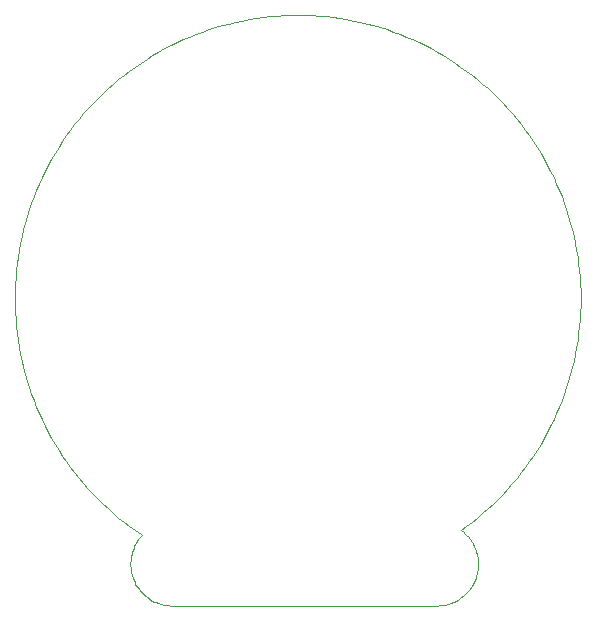
<source format=gbr>
%TF.GenerationSoftware,KiCad,Pcbnew,(5.1.10)-1*%
%TF.CreationDate,2021-09-01T23:06:20-05:00*%
%TF.ProjectId,Bsides-KC-2021-SAO-Village,42736964-6573-42d4-9b43-2d323032312d,rev?*%
%TF.SameCoordinates,Original*%
%TF.FileFunction,Profile,NP*%
%FSLAX46Y46*%
G04 Gerber Fmt 4.6, Leading zero omitted, Abs format (unit mm)*
G04 Created by KiCad (PCBNEW (5.1.10)-1) date 2021-09-01 23:06:20*
%MOMM*%
%LPD*%
G01*
G04 APERTURE LIST*
%TA.AperFunction,Profile*%
%ADD10C,0.100000*%
%TD*%
G04 APERTURE END LIST*
D10*
X106813780Y-51984060D02*
X106219180Y-51991280D01*
X106219180Y-51991280D02*
X105626180Y-52013500D01*
X105626180Y-52013500D02*
X105035080Y-52050140D01*
X105035080Y-52050140D02*
X104446180Y-52101220D01*
X104446180Y-52101220D02*
X103859880Y-52167020D01*
X103859880Y-52167020D02*
X103276480Y-52246970D01*
X103276480Y-52246970D02*
X102695680Y-52340820D01*
X102695680Y-52340820D02*
X102118580Y-52449090D01*
X102118580Y-52449090D02*
X101544780Y-52571250D01*
X101544780Y-52571250D02*
X100974780Y-52707280D01*
X100974780Y-52707280D02*
X100408780Y-52857200D01*
X100408780Y-52857200D02*
X99846680Y-53020720D01*
X99846680Y-53020720D02*
X99289380Y-53197850D01*
X99289380Y-53197850D02*
X98736880Y-53388600D01*
X98736880Y-53388600D02*
X98188980Y-53592600D01*
X98188980Y-53592600D02*
X97646580Y-53809700D01*
X97646580Y-53809700D02*
X97109680Y-54040400D01*
X97109680Y-54040400D02*
X96577980Y-54283900D01*
X96577980Y-54283900D02*
X96052680Y-54540400D01*
X96052680Y-54540400D02*
X95533580Y-54809700D01*
X95533580Y-54809700D02*
X95020780Y-55091800D01*
X95020780Y-55091800D02*
X94514680Y-55386600D01*
X94514680Y-55386600D02*
X94015480Y-55694300D01*
X94015480Y-55694300D02*
X93523580Y-56014100D01*
X93523580Y-56014100D02*
X93038880Y-56346100D01*
X93038880Y-56346100D02*
X92561880Y-56690700D01*
X92561880Y-56690700D02*
X92092980Y-57047400D01*
X92092980Y-57047400D02*
X91632080Y-57416100D01*
X91632080Y-57416100D02*
X91179580Y-57796700D01*
X91179580Y-57796700D02*
X90735680Y-58189300D01*
X90735680Y-58189300D02*
X90300580Y-58593500D01*
X90300580Y-58593500D02*
X89874780Y-59009700D01*
X89874780Y-59009700D02*
X89459380Y-59435800D01*
X89459380Y-59435800D02*
X89055780Y-59871400D01*
X89055780Y-59871400D02*
X88663780Y-60315900D01*
X88663780Y-60315900D02*
X88283680Y-60769000D01*
X88283680Y-60769000D02*
X87915280Y-61230400D01*
X87915280Y-61230400D02*
X87559080Y-61700100D01*
X87559080Y-61700100D02*
X87215080Y-62177600D01*
X87215080Y-62177600D02*
X86883280Y-62663000D01*
X86883280Y-62663000D02*
X86563780Y-63155400D01*
X86563780Y-63155400D02*
X86256680Y-63655400D01*
X86256680Y-63655400D02*
X85962480Y-64162000D01*
X85962480Y-64162000D02*
X85680680Y-64675800D01*
X85680680Y-64675800D02*
X85411680Y-65195400D01*
X85411680Y-65195400D02*
X85155380Y-65721500D01*
X85155380Y-65721500D02*
X84912180Y-66253700D01*
X84912180Y-66253700D02*
X84682080Y-66791400D01*
X84682080Y-66791400D02*
X84464880Y-67334600D01*
X84464880Y-67334600D02*
X84261180Y-67883100D01*
X84261180Y-67883100D02*
X84070980Y-68436500D01*
X84070980Y-68436500D02*
X83894180Y-68994500D01*
X83894180Y-68994500D02*
X83730580Y-69557300D01*
X83730580Y-69557300D02*
X83580980Y-70124100D01*
X83580980Y-70124100D02*
X83445180Y-70694800D01*
X83445180Y-70694800D02*
X83323080Y-71269300D01*
X83323080Y-71269300D02*
X83215080Y-71847400D01*
X83215080Y-71847400D02*
X83120980Y-72428700D01*
X83120980Y-72428700D02*
X83041280Y-73012800D01*
X83041280Y-73012800D02*
X82975780Y-73600000D01*
X82975780Y-73600000D02*
X82924680Y-74189600D01*
X82924680Y-74189600D02*
X82887980Y-74781200D01*
X82887980Y-74781200D02*
X82865780Y-75375100D01*
X82865780Y-75375100D02*
X82858580Y-75970700D01*
X82858580Y-75970700D02*
X82865780Y-76566400D01*
X82865780Y-76566400D02*
X82887980Y-77160300D01*
X82887980Y-77160300D02*
X82924680Y-77752200D01*
X82924680Y-77752200D02*
X82975780Y-78341500D01*
X82975780Y-78341500D02*
X83041280Y-78928700D01*
X83041280Y-78928700D02*
X83120980Y-79512900D01*
X83120980Y-79512900D02*
X83215080Y-80094100D01*
X83215080Y-80094100D02*
X83323080Y-80672200D01*
X83323080Y-80672200D02*
X83445180Y-81246600D01*
X83445180Y-81246600D02*
X83580980Y-81817600D01*
X83580980Y-81817600D02*
X83730580Y-82384400D01*
X83730580Y-82384400D02*
X83894180Y-82947100D01*
X83894180Y-82947100D02*
X84070980Y-83505200D01*
X84070980Y-83505200D02*
X84261180Y-84058400D01*
X84261180Y-84058400D02*
X84464880Y-84606900D01*
X84464880Y-84606900D02*
X84682080Y-85150100D01*
X84682080Y-85150100D02*
X84912180Y-85687800D01*
X84912180Y-85687800D02*
X85155380Y-86220000D01*
X85155380Y-86220000D02*
X85411680Y-86746100D01*
X85411680Y-86746100D02*
X85680680Y-87265900D01*
X85680680Y-87265900D02*
X85962480Y-87779400D01*
X85962480Y-87779400D02*
X86256680Y-88286000D01*
X86256680Y-88286000D02*
X86563780Y-88786100D01*
X86563780Y-88786100D02*
X86883280Y-89278600D01*
X86883280Y-89278600D02*
X87215080Y-89763900D01*
X87215080Y-89763900D02*
X87559080Y-90241400D01*
X87559080Y-90241400D02*
X87915280Y-90711200D01*
X87915280Y-90711200D02*
X88283680Y-91172600D01*
X88283680Y-91172600D02*
X88663780Y-91625600D01*
X88663780Y-91625600D02*
X89055780Y-92070100D01*
X89055780Y-92070100D02*
X89459380Y-92505700D01*
X89459380Y-92505700D02*
X89874780Y-92931900D01*
X89874780Y-92931900D02*
X90300580Y-93348100D01*
X90300580Y-93348100D02*
X90735680Y-93752200D01*
X90735680Y-93752200D02*
X91179580Y-94144800D01*
X91179580Y-94144800D02*
X91632080Y-94525500D01*
X91632080Y-94525500D02*
X92092980Y-94894200D01*
X92092980Y-94894200D02*
X92561880Y-95250800D01*
X92561880Y-95250800D02*
X93038880Y-95595100D01*
X93038880Y-95595100D02*
X93523580Y-95927400D01*
X93523580Y-95927400D02*
X93631580Y-95997700D01*
X93631580Y-95997700D02*
X93520180Y-96119300D01*
X93520180Y-96119300D02*
X93414380Y-96246100D01*
X93414380Y-96246100D02*
X93314780Y-96377900D01*
X93314780Y-96377900D02*
X93221080Y-96514400D01*
X93221080Y-96514400D02*
X93133680Y-96655200D01*
X93133680Y-96655200D02*
X93052880Y-96800600D01*
X93052880Y-96800600D02*
X92978680Y-96950000D01*
X92978680Y-96950000D02*
X92911580Y-97103400D01*
X92911580Y-97103400D02*
X92851580Y-97260500D01*
X92851580Y-97260500D02*
X92798980Y-97421200D01*
X92798980Y-97421200D02*
X92753780Y-97585100D01*
X92753780Y-97585100D02*
X92716480Y-97752300D01*
X92716480Y-97752300D02*
X92686980Y-97922300D01*
X92686980Y-97922300D02*
X92675380Y-98008400D01*
X92675380Y-98008400D02*
X92665780Y-98095100D01*
X92665780Y-98095100D02*
X92658280Y-98182400D01*
X92658280Y-98182400D02*
X92652880Y-98270400D01*
X92652880Y-98270400D02*
X92649580Y-98359000D01*
X92649580Y-98359000D02*
X92648480Y-98448100D01*
X92648480Y-98448100D02*
X92649680Y-98539600D01*
X92649680Y-98539600D02*
X92653080Y-98630600D01*
X92653080Y-98630600D02*
X92658780Y-98720900D01*
X92658780Y-98720900D02*
X92666680Y-98810600D01*
X92666680Y-98810600D02*
X92676780Y-98899700D01*
X92676780Y-98899700D02*
X92689080Y-98987900D01*
X92689080Y-98987900D02*
X92703480Y-99075600D01*
X92703480Y-99075600D02*
X92720080Y-99162500D01*
X92720080Y-99162500D02*
X92738680Y-99248500D01*
X92738680Y-99248500D02*
X92759380Y-99333800D01*
X92759380Y-99333800D02*
X92782180Y-99418200D01*
X92782180Y-99418200D02*
X92806980Y-99501800D01*
X92806980Y-99501800D02*
X92833680Y-99584500D01*
X92833680Y-99584500D02*
X92862380Y-99666400D01*
X92862380Y-99666400D02*
X92925480Y-99827000D01*
X92925480Y-99827000D02*
X92996180Y-99983800D01*
X92996180Y-99983800D02*
X93074080Y-100136300D01*
X93074080Y-100136300D02*
X93159080Y-100284400D01*
X93159080Y-100284400D02*
X93250880Y-100427900D01*
X93250880Y-100427900D02*
X93349280Y-100566500D01*
X93349280Y-100566500D02*
X93453980Y-100699900D01*
X93453980Y-100699900D02*
X93564980Y-100828100D01*
X93564980Y-100828100D02*
X93681980Y-100950800D01*
X93681980Y-100950800D02*
X93804680Y-101067700D01*
X93804680Y-101067700D02*
X93932880Y-101178700D01*
X93932880Y-101178700D02*
X94066380Y-101283400D01*
X94066380Y-101283400D02*
X94204980Y-101381800D01*
X94204980Y-101381800D02*
X94348380Y-101473600D01*
X94348380Y-101473600D02*
X94496480Y-101558600D01*
X94496480Y-101558600D02*
X94648980Y-101636500D01*
X94648980Y-101636500D02*
X94805780Y-101707200D01*
X94805780Y-101707200D02*
X94966580Y-101770300D01*
X94966580Y-101770300D02*
X95048280Y-101799000D01*
X95048280Y-101799000D02*
X95131080Y-101825700D01*
X95131080Y-101825700D02*
X95214580Y-101850400D01*
X95214580Y-101850400D02*
X95299080Y-101873200D01*
X95299080Y-101873200D02*
X95384380Y-101893900D01*
X95384380Y-101893900D02*
X95470480Y-101912500D01*
X95470480Y-101912500D02*
X95557280Y-101929000D01*
X95557280Y-101929000D02*
X95644880Y-101943500D01*
X95644880Y-101943500D02*
X95733280Y-101955800D01*
X95733280Y-101955800D02*
X95822280Y-101966000D01*
X95822280Y-101966000D02*
X95911980Y-101973800D01*
X95911980Y-101973800D02*
X96002380Y-101979500D01*
X96002380Y-101979500D02*
X96093380Y-101982900D01*
X96093380Y-101982900D02*
X96184880Y-101984000D01*
X96184880Y-101984000D02*
X118544980Y-101984000D01*
X118544980Y-101984000D02*
X118636580Y-101982900D01*
X118636580Y-101982900D02*
X118727480Y-101979500D01*
X118727480Y-101979500D02*
X118817880Y-101973800D01*
X118817880Y-101973800D02*
X118907580Y-101966000D01*
X118907580Y-101966000D02*
X118996780Y-101955800D01*
X118996780Y-101955800D02*
X119084980Y-101943500D01*
X119084980Y-101943500D02*
X119172580Y-101929000D01*
X119172580Y-101929000D02*
X119259580Y-101912500D01*
X119259580Y-101912500D02*
X119345580Y-101893900D01*
X119345580Y-101893900D02*
X119430880Y-101873200D01*
X119430880Y-101873200D02*
X119515280Y-101850400D01*
X119515280Y-101850400D02*
X119598880Y-101825700D01*
X119598880Y-101825700D02*
X119681580Y-101799000D01*
X119681580Y-101799000D02*
X119763480Y-101770300D01*
X119763480Y-101770300D02*
X119924080Y-101707200D01*
X119924080Y-101707200D02*
X120080880Y-101636500D01*
X120080880Y-101636500D02*
X120233380Y-101558600D01*
X120233380Y-101558600D02*
X120381480Y-101473600D01*
X120381480Y-101473600D02*
X120524980Y-101381800D01*
X120524980Y-101381800D02*
X120663480Y-101283400D01*
X120663480Y-101283400D02*
X120796980Y-101178700D01*
X120796980Y-101178700D02*
X120925180Y-101067700D01*
X120925180Y-101067700D02*
X121047880Y-100950800D01*
X121047880Y-100950800D02*
X121164880Y-100828100D01*
X121164880Y-100828100D02*
X121275880Y-100699900D01*
X121275880Y-100699900D02*
X121380680Y-100566500D01*
X121380680Y-100566500D02*
X121479180Y-100427900D01*
X121479180Y-100427900D02*
X121570880Y-100284400D01*
X121570880Y-100284400D02*
X121655880Y-100136300D01*
X121655880Y-100136300D02*
X121733680Y-99983800D01*
X121733680Y-99983800D02*
X121804380Y-99827000D01*
X121804380Y-99827000D02*
X121867480Y-99666400D01*
X121867480Y-99666400D02*
X121896180Y-99584500D01*
X121896180Y-99584500D02*
X121922880Y-99501800D01*
X121922880Y-99501800D02*
X121947780Y-99418200D01*
X121947780Y-99418200D02*
X121970480Y-99333800D01*
X121970480Y-99333800D02*
X121991180Y-99248500D01*
X121991180Y-99248500D02*
X122009880Y-99162500D01*
X122009880Y-99162500D02*
X122026380Y-99075600D01*
X122026380Y-99075600D02*
X122040880Y-98987900D01*
X122040880Y-98987900D02*
X122053080Y-98899700D01*
X122053080Y-98899700D02*
X122063180Y-98810600D01*
X122063180Y-98810600D02*
X122071180Y-98720900D01*
X122071180Y-98720900D02*
X122076880Y-98630600D01*
X122076880Y-98630600D02*
X122080280Y-98539600D01*
X122080280Y-98539600D02*
X122081380Y-98448100D01*
X122081380Y-98448100D02*
X122079680Y-98337400D01*
X122079680Y-98337400D02*
X122074680Y-98227500D01*
X122074680Y-98227500D02*
X122066480Y-98118600D01*
X122066480Y-98118600D02*
X122054880Y-98010700D01*
X122054880Y-98010700D02*
X122040180Y-97903800D01*
X122040180Y-97903800D02*
X122022280Y-97797900D01*
X122022280Y-97797900D02*
X122001280Y-97693200D01*
X122001280Y-97693200D02*
X121977280Y-97589700D01*
X121977280Y-97589700D02*
X121950180Y-97487200D01*
X121950180Y-97487200D02*
X121920280Y-97386100D01*
X121920280Y-97386100D02*
X121887380Y-97286400D01*
X121887380Y-97286400D02*
X121851680Y-97187800D01*
X121851680Y-97187800D02*
X121813180Y-97090800D01*
X121813180Y-97090800D02*
X121771980Y-96995200D01*
X121771980Y-96995200D02*
X121727880Y-96901100D01*
X121727880Y-96901100D02*
X121681280Y-96808600D01*
X121681280Y-96808600D02*
X121632080Y-96717600D01*
X121632080Y-96717600D02*
X121580380Y-96628200D01*
X121580380Y-96628200D02*
X121526080Y-96540700D01*
X121526080Y-96540700D02*
X121469180Y-96454700D01*
X121469180Y-96454700D02*
X121410080Y-96370700D01*
X121410080Y-96370700D02*
X121348580Y-96288400D01*
X121348580Y-96288400D02*
X121284680Y-96207900D01*
X121284680Y-96207900D02*
X121218580Y-96129400D01*
X121218580Y-96129400D02*
X121150280Y-96053000D01*
X121150280Y-96053000D02*
X121079780Y-95978500D01*
X121079780Y-95978500D02*
X121007080Y-95906100D01*
X121007080Y-95906100D02*
X120932480Y-95835900D01*
X120932480Y-95835900D02*
X120855680Y-95767800D01*
X120855680Y-95767800D02*
X120777080Y-95702000D01*
X120777080Y-95702000D02*
X120696380Y-95638300D01*
X120696380Y-95638300D02*
X120613980Y-95577100D01*
X120613980Y-95577100D02*
X121065980Y-95250900D01*
X121065980Y-95250900D02*
X121534880Y-94894200D01*
X121534880Y-94894200D02*
X121995680Y-94525500D01*
X121995680Y-94525500D02*
X122448180Y-94144800D01*
X122448180Y-94144800D02*
X122892080Y-93752200D01*
X122892080Y-93752200D02*
X123326880Y-93348100D01*
X123326880Y-93348100D02*
X123752780Y-92931900D01*
X123752780Y-92931900D02*
X124168080Y-92505800D01*
X124168080Y-92505800D02*
X124572080Y-92070100D01*
X124572080Y-92070100D02*
X124964080Y-91625600D01*
X124964080Y-91625600D02*
X125344080Y-91172600D01*
X125344080Y-91172600D02*
X125712480Y-90711200D01*
X125712480Y-90711200D02*
X126068680Y-90241400D01*
X126068680Y-90241400D02*
X126412680Y-89763900D01*
X126412680Y-89763900D02*
X126744480Y-89278700D01*
X126744480Y-89278700D02*
X127063980Y-88786100D01*
X127063980Y-88786100D02*
X127370780Y-88286100D01*
X127370780Y-88286100D02*
X127665380Y-87779500D01*
X127665380Y-87779500D02*
X127947180Y-87265900D01*
X127947180Y-87265900D02*
X128216280Y-86746100D01*
X128216280Y-86746100D02*
X128472380Y-86220000D01*
X128472380Y-86220000D02*
X128715580Y-85687800D01*
X128715580Y-85687800D02*
X128945680Y-85150100D01*
X128945680Y-85150100D02*
X129162680Y-84607000D01*
X129162680Y-84607000D02*
X129366280Y-84058400D01*
X129366280Y-84058400D02*
X129556780Y-83505200D01*
X129556780Y-83505200D02*
X129733580Y-82947100D01*
X129733580Y-82947100D02*
X129897280Y-82384400D01*
X129897280Y-82384400D02*
X130046780Y-81817700D01*
X130046780Y-81817700D02*
X130182680Y-81246700D01*
X130182680Y-81246700D02*
X130304780Y-80672300D01*
X130304780Y-80672300D02*
X130412780Y-80094200D01*
X130412780Y-80094200D02*
X130506580Y-79512900D01*
X130506580Y-79512900D02*
X130586480Y-78928700D01*
X130586480Y-78928700D02*
X130651980Y-78341500D01*
X130651980Y-78341500D02*
X130703180Y-77752200D01*
X130703180Y-77752200D02*
X130739680Y-77160300D01*
X130739680Y-77160300D02*
X130762080Y-76566400D01*
X130762080Y-76566400D02*
X130769180Y-75970700D01*
X130769180Y-75970700D02*
X130762080Y-75375100D01*
X130762080Y-75375100D02*
X130739680Y-74781200D01*
X130739680Y-74781200D02*
X130703180Y-74189600D01*
X130703180Y-74189600D02*
X130651980Y-73600000D01*
X130651980Y-73600000D02*
X130586480Y-73012800D01*
X130586480Y-73012800D02*
X130506580Y-72428800D01*
X130506580Y-72428800D02*
X130412780Y-71847400D01*
X130412780Y-71847400D02*
X130304780Y-71269300D01*
X130304780Y-71269300D02*
X130182680Y-70694800D01*
X130182680Y-70694800D02*
X130046780Y-70124100D01*
X130046780Y-70124100D02*
X129897280Y-69557300D01*
X129897280Y-69557300D02*
X129733680Y-68994500D01*
X129733680Y-68994500D02*
X129556780Y-68436500D01*
X129556780Y-68436500D02*
X129366380Y-67883100D01*
X129366380Y-67883100D02*
X129162680Y-67334600D01*
X129162680Y-67334600D02*
X128945780Y-66791600D01*
X128945780Y-66791600D02*
X128715580Y-66253700D01*
X128715580Y-66253700D02*
X128472380Y-65721500D01*
X128472380Y-65721500D02*
X128216280Y-65195400D01*
X128216280Y-65195400D02*
X127947180Y-64675800D01*
X127947180Y-64675800D02*
X127665480Y-64162000D01*
X127665480Y-64162000D02*
X127370780Y-63655400D01*
X127370780Y-63655400D02*
X127064080Y-63155400D01*
X127064080Y-63155400D02*
X126744480Y-62663000D01*
X126744480Y-62663000D02*
X126412780Y-62177600D01*
X126412780Y-62177600D02*
X126068780Y-61700100D01*
X126068780Y-61700100D02*
X125712580Y-61230400D01*
X125712580Y-61230400D02*
X125344080Y-60769000D01*
X125344080Y-60769000D02*
X124964180Y-60315900D01*
X124964180Y-60315900D02*
X124572080Y-59871400D01*
X124572080Y-59871400D02*
X124168180Y-59435800D01*
X124168180Y-59435800D02*
X123752780Y-59009700D01*
X123752780Y-59009700D02*
X123326980Y-58593500D01*
X123326980Y-58593500D02*
X122892080Y-58189300D01*
X122892080Y-58189300D02*
X122448180Y-57796700D01*
X122448180Y-57796700D02*
X121995780Y-57416100D01*
X121995780Y-57416100D02*
X121534880Y-57047400D01*
X121534880Y-57047400D02*
X121065980Y-56690700D01*
X121065980Y-56690700D02*
X120588980Y-56346100D01*
X120588980Y-56346100D02*
X120104280Y-56014100D01*
X120104280Y-56014100D02*
X119612280Y-55694300D01*
X119612280Y-55694300D02*
X119113180Y-55386600D01*
X119113180Y-55386600D02*
X118607080Y-55091800D01*
X118607080Y-55091800D02*
X118094280Y-54809700D01*
X118094280Y-54809700D02*
X117575080Y-54540400D01*
X117575080Y-54540400D02*
X117049580Y-54283900D01*
X117049580Y-54283900D02*
X116518180Y-54040400D01*
X116518180Y-54040400D02*
X115981180Y-53809700D01*
X115981180Y-53809700D02*
X115438780Y-53592600D01*
X115438780Y-53592600D02*
X114890980Y-53388600D01*
X114890980Y-53388600D02*
X114338280Y-53197850D01*
X114338280Y-53197850D02*
X113781080Y-53020720D01*
X113781080Y-53020720D02*
X113219180Y-52857200D01*
X113219180Y-52857200D02*
X112653080Y-52707280D01*
X112653080Y-52707280D02*
X112082880Y-52571250D01*
X112082880Y-52571250D02*
X111509180Y-52449090D01*
X111509180Y-52449090D02*
X110931780Y-52340820D01*
X110931780Y-52340820D02*
X110351280Y-52246970D01*
X110351280Y-52246970D02*
X109767980Y-52167020D01*
X109767980Y-52167020D02*
X109181580Y-52101220D01*
X109181580Y-52101220D02*
X108592880Y-52050150D01*
X108592880Y-52050150D02*
X108001780Y-52013500D01*
X108001780Y-52013500D02*
X107408780Y-51991280D01*
X107408780Y-51991280D02*
X106813780Y-51984060D01*
X106813780Y-51984060D02*
X106813780Y-51984060D01*
M02*

</source>
